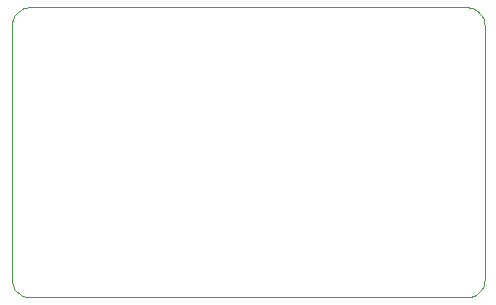
<source format=gbr>
%TF.GenerationSoftware,KiCad,Pcbnew,5.1.9-73d0e3b20d~88~ubuntu20.04.1*%
%TF.CreationDate,2020-12-29T15:57:48-08:00*%
%TF.ProjectId,st_adapter,73745f61-6461-4707-9465-722e6b696361,A*%
%TF.SameCoordinates,Original*%
%TF.FileFunction,Profile,NP*%
%FSLAX46Y46*%
G04 Gerber Fmt 4.6, Leading zero omitted, Abs format (unit mm)*
G04 Created by KiCad (PCBNEW 5.1.9-73d0e3b20d~88~ubuntu20.04.1) date 2020-12-29 15:57:48*
%MOMM*%
%LPD*%
G01*
G04 APERTURE LIST*
%TA.AperFunction,Profile*%
%ADD10C,0.050000*%
%TD*%
G04 APERTURE END LIST*
D10*
X105000000Y-89220000D02*
X104990000Y-89090000D01*
X104990000Y-89090000D02*
X104980000Y-88960000D01*
X104980000Y-88960000D02*
X104950000Y-88830000D01*
X104950000Y-88830000D02*
X104910000Y-88710000D01*
X104910000Y-88710000D02*
X104860000Y-88590000D01*
X104860000Y-88590000D02*
X104800000Y-88470000D01*
X104800000Y-88470000D02*
X104730000Y-88360000D01*
X104730000Y-88360000D02*
X104650000Y-88260000D01*
X104650000Y-88260000D02*
X104560000Y-88160000D01*
X104560000Y-88160000D02*
X104460000Y-88070000D01*
X104460000Y-88070000D02*
X104360000Y-87990000D01*
X104360000Y-87990000D02*
X104250000Y-87920000D01*
X104250000Y-87920000D02*
X104130000Y-87860000D01*
X104130000Y-87860000D02*
X104010000Y-87810000D01*
X104010000Y-87810000D02*
X103890000Y-87770000D01*
X103890000Y-87770000D02*
X103760000Y-87740000D01*
X103760000Y-87740000D02*
X103630000Y-87730000D01*
X103630000Y-87730000D02*
X103500000Y-87720000D01*
X103500000Y-87720000D02*
X66500000Y-87720000D01*
X66500000Y-87720000D02*
X66370000Y-87730000D01*
X66370000Y-87730000D02*
X66240000Y-87740000D01*
X66240000Y-87740000D02*
X66110000Y-87770000D01*
X66110000Y-87770000D02*
X65990000Y-87810000D01*
X65990000Y-87810000D02*
X65870000Y-87860000D01*
X65870000Y-87860000D02*
X65750000Y-87920000D01*
X65750000Y-87920000D02*
X65640000Y-87990000D01*
X65640000Y-87990000D02*
X65540000Y-88070000D01*
X65540000Y-88070000D02*
X65440000Y-88160000D01*
X65440000Y-88160000D02*
X65350000Y-88260000D01*
X65350000Y-88260000D02*
X65270000Y-88360000D01*
X65270000Y-88360000D02*
X65200000Y-88470000D01*
X65200000Y-88470000D02*
X65140000Y-88590000D01*
X65140000Y-88590000D02*
X65090000Y-88710000D01*
X65090000Y-88710000D02*
X65050000Y-88830000D01*
X65050000Y-88830000D02*
X65020000Y-88960000D01*
X65020000Y-88960000D02*
X65010000Y-89090000D01*
X65010000Y-89090000D02*
X65000000Y-89220000D01*
X65000000Y-89220000D02*
X65000000Y-110780000D01*
X65000000Y-110780000D02*
X65010000Y-110910000D01*
X65010000Y-110910000D02*
X65020000Y-111040000D01*
X65020000Y-111040000D02*
X65050000Y-111170000D01*
X65050000Y-111170000D02*
X65090000Y-111290000D01*
X65090000Y-111290000D02*
X65140000Y-111410000D01*
X65140000Y-111410000D02*
X65200000Y-111530000D01*
X65200000Y-111530000D02*
X65270000Y-111640000D01*
X65270000Y-111640000D02*
X65350000Y-111740000D01*
X65350000Y-111740000D02*
X65440000Y-111840000D01*
X65440000Y-111840000D02*
X65540000Y-111930000D01*
X65540000Y-111930000D02*
X65640000Y-112010000D01*
X65640000Y-112010000D02*
X65750000Y-112080000D01*
X65750000Y-112080000D02*
X65870000Y-112140000D01*
X65870000Y-112140000D02*
X65990000Y-112190000D01*
X65990000Y-112190000D02*
X66110000Y-112230000D01*
X66110000Y-112230000D02*
X66240000Y-112260000D01*
X66240000Y-112260000D02*
X66370000Y-112270000D01*
X66370000Y-112270000D02*
X66500000Y-112280000D01*
X66500000Y-112280000D02*
X103500000Y-112280000D01*
X103500000Y-112280000D02*
X103630000Y-112270000D01*
X103630000Y-112270000D02*
X103760000Y-112260000D01*
X103760000Y-112260000D02*
X103890000Y-112230000D01*
X103890000Y-112230000D02*
X104010000Y-112190000D01*
X104010000Y-112190000D02*
X104130000Y-112140000D01*
X104130000Y-112140000D02*
X104250000Y-112080000D01*
X104250000Y-112080000D02*
X104360000Y-112010000D01*
X104360000Y-112010000D02*
X104460000Y-111930000D01*
X104460000Y-111930000D02*
X104560000Y-111840000D01*
X104560000Y-111840000D02*
X104650000Y-111740000D01*
X104650000Y-111740000D02*
X104730000Y-111640000D01*
X104730000Y-111640000D02*
X104800000Y-111530000D01*
X104800000Y-111530000D02*
X104860000Y-111410000D01*
X104860000Y-111410000D02*
X104910000Y-111290000D01*
X104910000Y-111290000D02*
X104950000Y-111170000D01*
X104950000Y-111170000D02*
X104980000Y-111040000D01*
X104980000Y-111040000D02*
X104990000Y-110910000D01*
X104990000Y-110910000D02*
X105000000Y-110780000D01*
X105000000Y-110780000D02*
X105000000Y-89220000D01*
M02*

</source>
